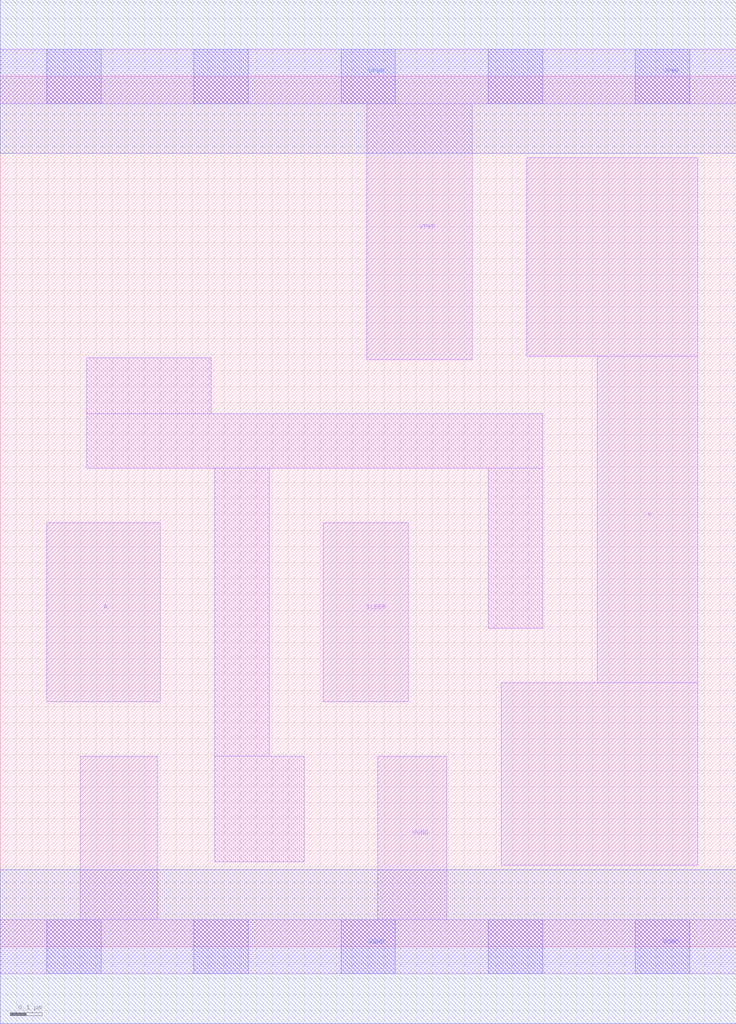
<source format=lef>
# Copyright 2020 The SkyWater PDK Authors
#
# Licensed under the Apache License, Version 2.0 (the "License");
# you may not use this file except in compliance with the License.
# You may obtain a copy of the License at
#
#     https://www.apache.org/licenses/LICENSE-2.0
#
# Unless required by applicable law or agreed to in writing, software
# distributed under the License is distributed on an "AS IS" BASIS,
# WITHOUT WARRANTIES OR CONDITIONS OF ANY KIND, either express or implied.
# See the License for the specific language governing permissions and
# limitations under the License.
#
# SPDX-License-Identifier: Apache-2.0

VERSION 5.7 ;
  NAMESCASESENSITIVE ON ;
  NOWIREEXTENSIONATPIN ON ;
  DIVIDERCHAR "/" ;
  BUSBITCHARS "[]" ;
UNITS
  DATABASE MICRONS 200 ;
END UNITS
MACRO sky130_fd_sc_hd__lpflow_inputiso1p_1
  CLASS CORE ;
  SOURCE USER ;
  FOREIGN sky130_fd_sc_hd__lpflow_inputiso1p_1 ;
  ORIGIN  0.000000  0.000000 ;
  SIZE  2.300000 BY  2.720000 ;
  SYMMETRY X Y R90 ;
  SITE unithd ;
  PIN A
    ANTENNAGATEAREA  0.126000 ;
    DIRECTION INPUT ;
    USE SIGNAL ;
    PORT
      LAYER li1 ;
        RECT 0.145000 0.765000 0.500000 1.325000 ;
    END
  END A
  PIN SLEEP
    ANTENNAGATEAREA  0.126000 ;
    DIRECTION INPUT ;
    USE SIGNAL ;
    PORT
      LAYER li1 ;
        RECT 1.010000 0.765000 1.275000 1.325000 ;
    END
  END SLEEP
  PIN X
    ANTENNADIFFAREA  0.509000 ;
    DIRECTION OUTPUT ;
    USE SIGNAL ;
    PORT
      LAYER li1 ;
        RECT 1.565000 0.255000 2.180000 0.825000 ;
        RECT 1.645000 1.845000 2.180000 2.465000 ;
        RECT 1.865000 0.825000 2.180000 1.845000 ;
    END
  END X
  PIN VGND
    DIRECTION INOUT ;
    SHAPE ABUTMENT ;
    USE GROUND ;
    PORT
      LAYER li1 ;
        RECT 0.000000 -0.085000 2.300000 0.085000 ;
        RECT 0.250000  0.085000 0.490000 0.595000 ;
        RECT 1.180000  0.085000 1.395000 0.595000 ;
      LAYER mcon ;
        RECT 0.145000 -0.085000 0.315000 0.085000 ;
        RECT 0.605000 -0.085000 0.775000 0.085000 ;
        RECT 1.065000 -0.085000 1.235000 0.085000 ;
        RECT 1.525000 -0.085000 1.695000 0.085000 ;
        RECT 1.985000 -0.085000 2.155000 0.085000 ;
      LAYER met1 ;
        RECT 0.000000 -0.240000 2.300000 0.240000 ;
    END
  END VGND
  PIN VPWR
    DIRECTION INOUT ;
    SHAPE ABUTMENT ;
    USE POWER ;
    PORT
      LAYER li1 ;
        RECT 0.000000 2.635000 2.300000 2.805000 ;
        RECT 1.145000 1.835000 1.475000 2.635000 ;
      LAYER mcon ;
        RECT 0.145000 2.635000 0.315000 2.805000 ;
        RECT 0.605000 2.635000 0.775000 2.805000 ;
        RECT 1.065000 2.635000 1.235000 2.805000 ;
        RECT 1.525000 2.635000 1.695000 2.805000 ;
        RECT 1.985000 2.635000 2.155000 2.805000 ;
      LAYER met1 ;
        RECT 0.000000 2.480000 2.300000 2.960000 ;
    END
  END VPWR
  OBS
    LAYER li1 ;
      RECT 0.270000 1.495000 1.695000 1.665000 ;
      RECT 0.270000 1.665000 0.660000 1.840000 ;
      RECT 0.670000 0.265000 0.950000 0.595000 ;
      RECT 0.670000 0.595000 0.840000 1.495000 ;
      RECT 1.525000 0.995000 1.695000 1.495000 ;
  END
END sky130_fd_sc_hd__lpflow_inputiso1p_1
END LIBRARY

</source>
